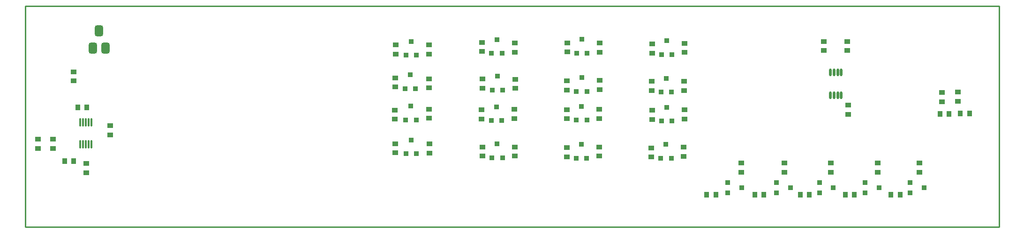
<source format=gbp>
G04 Layer_Color=128*
%FSLAX25Y25*%
%MOIN*%
G70*
G01*
G75*
%ADD11C,0.01000*%
%ADD22R,0.03937X0.03740*%
%ADD23R,0.03543X0.03740*%
%ADD24R,0.03543X0.03740*%
%ADD25R,0.03740X0.03937*%
%ADD26R,0.03740X0.03543*%
%ADD27R,0.03740X0.03543*%
%ADD28O,0.01772X0.05512*%
%ADD29O,0.01378X0.06496*%
G04:AMPARAMS|DCode=30|XSize=59.84mil|YSize=78.74mil|CornerRadius=14.96mil|HoleSize=0mil|Usage=FLASHONLY|Rotation=0.000|XOffset=0mil|YOffset=0mil|HoleType=Round|Shape=RoundedRectangle|*
%AMROUNDEDRECTD30*
21,1,0.05984,0.04882,0,0,0.0*
21,1,0.02992,0.07874,0,0,0.0*
1,1,0.02992,0.01496,-0.02441*
1,1,0.02992,-0.01496,-0.02441*
1,1,0.02992,-0.01496,0.02441*
1,1,0.02992,0.01496,0.02441*
%
%ADD30ROUNDEDRECTD30*%
D11*
X0Y0D02*
X692500D01*
X0Y157500D02*
X692500D01*
X0Y0D02*
Y157500D01*
X692500Y0D02*
Y157500D01*
D22*
X445800Y83148D02*
D03*
Y76652D02*
D03*
X445100Y56248D02*
D03*
Y49752D02*
D03*
X468900Y76952D02*
D03*
Y83448D02*
D03*
X468200Y50352D02*
D03*
Y56848D02*
D03*
X445800Y130448D02*
D03*
Y123952D02*
D03*
X445400Y103748D02*
D03*
Y97252D02*
D03*
X468900Y124452D02*
D03*
Y130948D02*
D03*
X468600Y97252D02*
D03*
Y103748D02*
D03*
X385200Y83648D02*
D03*
Y77152D02*
D03*
X385300Y56448D02*
D03*
Y49952D02*
D03*
X408200Y77252D02*
D03*
Y83748D02*
D03*
Y50452D02*
D03*
Y56948D02*
D03*
X385300Y104148D02*
D03*
Y97652D02*
D03*
X385600Y131348D02*
D03*
Y124852D02*
D03*
X408600Y97952D02*
D03*
Y104448D02*
D03*
Y124552D02*
D03*
Y131048D02*
D03*
X324600Y83448D02*
D03*
Y76952D02*
D03*
X325300Y56948D02*
D03*
Y50452D02*
D03*
X347900Y77252D02*
D03*
Y83748D02*
D03*
X348200Y50452D02*
D03*
Y56948D02*
D03*
X324800Y131548D02*
D03*
Y125052D02*
D03*
X325100Y105448D02*
D03*
Y98952D02*
D03*
X348200Y124552D02*
D03*
Y131048D02*
D03*
X348600Y98752D02*
D03*
Y105248D02*
D03*
X262900Y83348D02*
D03*
Y76852D02*
D03*
X263300Y59248D02*
D03*
Y52752D02*
D03*
X287200Y77452D02*
D03*
Y83948D02*
D03*
X287400Y52552D02*
D03*
Y59048D02*
D03*
X263100Y106248D02*
D03*
Y99752D02*
D03*
X263500Y129748D02*
D03*
Y123252D02*
D03*
X287200Y123352D02*
D03*
Y129848D02*
D03*
X287100Y99052D02*
D03*
Y105548D02*
D03*
X635700Y45447D02*
D03*
Y38951D02*
D03*
X509000Y45447D02*
D03*
Y38951D02*
D03*
X539700Y45447D02*
D03*
Y38951D02*
D03*
X572800Y45447D02*
D03*
Y38951D02*
D03*
X606100Y45447D02*
D03*
Y38951D02*
D03*
X651900Y95848D02*
D03*
Y89352D02*
D03*
X663100Y96048D02*
D03*
Y89552D02*
D03*
X567700Y132348D02*
D03*
Y125852D02*
D03*
X584400Y125752D02*
D03*
Y132248D02*
D03*
X585300Y80252D02*
D03*
Y86748D02*
D03*
X60400Y65652D02*
D03*
Y72148D02*
D03*
X43600Y38552D02*
D03*
Y45048D02*
D03*
X9000Y55952D02*
D03*
Y62448D02*
D03*
X19900Y55952D02*
D03*
Y62448D02*
D03*
X34400Y104052D02*
D03*
Y110548D02*
D03*
D23*
X456200Y85321D02*
D03*
X459940Y75479D02*
D03*
X455600Y58821D02*
D03*
X459340Y48979D02*
D03*
X455800Y105921D02*
D03*
X459540Y96079D02*
D03*
X456200Y132821D02*
D03*
X459940Y122979D02*
D03*
X395500Y58821D02*
D03*
X399240Y48979D02*
D03*
X395600Y86021D02*
D03*
X399340Y76179D02*
D03*
X395900Y133721D02*
D03*
X399640Y123879D02*
D03*
X395700Y106521D02*
D03*
X399440Y96679D02*
D03*
X335600Y59121D02*
D03*
X339340Y49279D02*
D03*
X335200Y85621D02*
D03*
X338940Y75779D02*
D03*
X335400Y133621D02*
D03*
X339140Y123779D02*
D03*
X335800Y107421D02*
D03*
X339540Y97579D02*
D03*
X274300Y86121D02*
D03*
X278040Y76279D02*
D03*
X274500Y61921D02*
D03*
X278240Y52079D02*
D03*
X274500Y132221D02*
D03*
X278240Y122379D02*
D03*
X273900Y108521D02*
D03*
X277640Y98679D02*
D03*
D24*
X452460Y75479D02*
D03*
X451860Y48979D02*
D03*
X452060Y96079D02*
D03*
X452460Y122979D02*
D03*
X391760Y48979D02*
D03*
X391860Y76179D02*
D03*
X392160Y123879D02*
D03*
X391960Y96679D02*
D03*
X331860Y49279D02*
D03*
X331460Y75779D02*
D03*
X331660Y123779D02*
D03*
X332060Y97579D02*
D03*
X270560Y76279D02*
D03*
X270760Y52079D02*
D03*
Y122379D02*
D03*
X270160Y98679D02*
D03*
D25*
X615652Y22879D02*
D03*
X622148D02*
D03*
X583052D02*
D03*
X589548D02*
D03*
X551152D02*
D03*
X557648D02*
D03*
X518752D02*
D03*
X525248D02*
D03*
X650352Y80700D02*
D03*
X656848D02*
D03*
X664852Y80800D02*
D03*
X671348D02*
D03*
X28052Y46800D02*
D03*
X34548D02*
D03*
X43848Y85300D02*
D03*
X37352D02*
D03*
X484652Y22879D02*
D03*
X491148D02*
D03*
D26*
X639121Y27800D02*
D03*
X629279Y24060D02*
D03*
X607021Y27800D02*
D03*
X597179Y24060D02*
D03*
X574621Y27800D02*
D03*
X564779Y24060D02*
D03*
X544121Y27800D02*
D03*
X534279Y24060D02*
D03*
X509421Y27800D02*
D03*
X499579Y24060D02*
D03*
D27*
X629279Y31540D02*
D03*
X597179D02*
D03*
X564779D02*
D03*
X534279D02*
D03*
X499579D02*
D03*
D28*
X580239Y93929D02*
D03*
X577679D02*
D03*
X575120D02*
D03*
X572561D02*
D03*
X580239Y110071D02*
D03*
X577679D02*
D03*
X575120D02*
D03*
X572561D02*
D03*
D29*
X47037Y58728D02*
D03*
X45068D02*
D03*
X43100D02*
D03*
X41131D02*
D03*
X39163D02*
D03*
X47037Y74672D02*
D03*
X45068D02*
D03*
X43100D02*
D03*
X41131D02*
D03*
X39163D02*
D03*
D30*
X52600Y139902D02*
D03*
X48033Y127698D02*
D03*
X57167D02*
D03*
M02*

</source>
